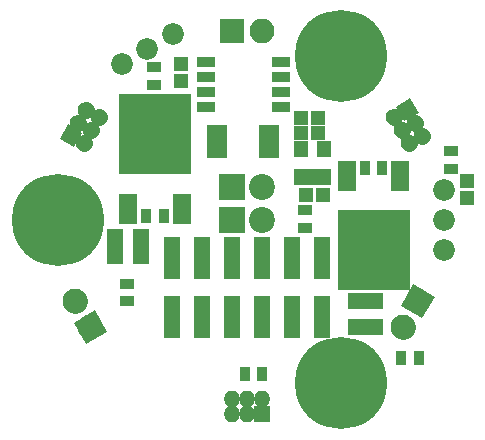
<source format=gbs>
G04 #@! TF.GenerationSoftware,KiCad,Pcbnew,(5.0.0)*
G04 #@! TF.CreationDate,2019-02-03T16:55:31-08:00*
G04 #@! TF.ProjectId,mlab100_Conn_PCB_1.5,6D6C61623130305F436F6E6E5F504342,rev?*
G04 #@! TF.SameCoordinates,Original*
G04 #@! TF.FileFunction,Soldermask,Bot*
G04 #@! TF.FilePolarity,Negative*
%FSLAX46Y46*%
G04 Gerber Fmt 4.6, Leading zero omitted, Abs format (unit mm)*
G04 Created by KiCad (PCBNEW (5.0.0)) date 02/03/19 16:55:31*
%MOMM*%
%LPD*%
G01*
G04 APERTURE LIST*
%ADD10C,1.400000*%
%ADD11C,1.400000*%
%ADD12C,0.100000*%
%ADD13R,1.150000X1.200000*%
%ADD14C,1.840000*%
%ADD15R,1.800000X0.850000*%
%ADD16R,1.200000X1.400000*%
%ADD17R,1.000000X1.400000*%
%ADD18R,1.543000X0.908000*%
%ADD19C,2.200000*%
%ADD20R,2.200000X2.200000*%
%ADD21R,1.400000X3.550000*%
%ADD22O,1.400000X1.400000*%
%ADD23R,1.400000X1.400000*%
%ADD24C,2.100000*%
%ADD25C,2.100000*%
%ADD26R,2.100000X2.100000*%
%ADD27O,2.100000X2.100000*%
%ADD28R,1.600000X2.600000*%
%ADD29R,6.200000X6.800000*%
%ADD30R,1.050000X1.460000*%
%ADD31R,1.460000X1.050000*%
%ADD32C,7.800000*%
%ADD33R,1.300000X0.900000*%
%ADD34R,0.900000X1.300000*%
%ADD35R,1.200000X1.150000*%
G04 APERTURE END LIST*
D10*
G04 #@! TO.C,J10*
X33870148Y-14244705D03*
D11*
X33870148Y-14244705D02*
X33870148Y-14244705D01*
D10*
X34970000Y-13609705D03*
D11*
X34970000Y-13609705D02*
X34970000Y-13609705D01*
D10*
X33235148Y-13144852D03*
D11*
X33235148Y-13144852D02*
X33235148Y-13144852D01*
D10*
X34335000Y-12509852D03*
D11*
X34335000Y-12509852D02*
X34335000Y-12509852D01*
D10*
X32600148Y-12045000D03*
D11*
X32600148Y-12045000D02*
X32600148Y-12045000D01*
D10*
X33700000Y-11410000D03*
D12*
G36*
X33956218Y-10453782D02*
X34656218Y-11666218D01*
X33443782Y-12366218D01*
X32743782Y-11153782D01*
X33956218Y-10453782D01*
X33956218Y-10453782D01*
G37*
G04 #@! TD*
D13*
G04 #@! TO.C,C9*
X38720000Y-18910000D03*
X38720000Y-17410000D03*
G04 #@! TD*
D14*
G04 #@! TO.C,RV1*
X36780000Y-23270000D03*
X36780000Y-20730000D03*
X36780000Y-18190000D03*
G04 #@! TD*
D15*
G04 #@! TO.C,IC4*
X17560000Y-15085000D03*
X17560000Y-14435000D03*
X17560000Y-13785000D03*
X17560000Y-13135000D03*
X21960000Y-13135000D03*
X21960000Y-13785000D03*
X21960000Y-14435000D03*
X21960000Y-15085000D03*
G04 #@! TD*
D16*
G04 #@! TO.C,IC3*
X26638000Y-17104000D03*
D17*
X25688000Y-17104000D03*
D16*
X24738000Y-17104000D03*
X24738000Y-14704000D03*
X26638000Y-14704000D03*
G04 #@! TD*
D18*
G04 #@! TO.C,U3*
X23021000Y-7395000D03*
X23021000Y-8665000D03*
X23021000Y-9935000D03*
X23021000Y-11205000D03*
X16671000Y-11205000D03*
X16671000Y-9935000D03*
X16671000Y-8665000D03*
X16671000Y-7395000D03*
G04 #@! TD*
D14*
G04 #@! TO.C,RV2*
X9510000Y-7560000D03*
X11709705Y-6290000D03*
X13909409Y-5020000D03*
G04 #@! TD*
D19*
G04 #@! TO.C,D13*
X21370000Y-20730000D03*
D20*
X18830000Y-20730000D03*
G04 #@! TD*
D19*
G04 #@! TO.C,D14*
X21370000Y-17936000D03*
D20*
X18830000Y-17936000D03*
G04 #@! TD*
D21*
G04 #@! TO.C,J3*
X26450000Y-29005000D03*
X26450000Y-23955000D03*
X23910000Y-29005000D03*
X23910000Y-23955000D03*
X21370000Y-29005000D03*
X21370000Y-23955000D03*
X18830000Y-29005000D03*
X18830000Y-23955000D03*
X16290000Y-29005000D03*
X16290000Y-23955000D03*
X13750000Y-29005000D03*
X13750000Y-23955000D03*
G04 #@! TD*
D22*
G04 #@! TO.C,J8*
X18830000Y-35890000D03*
X18830000Y-37160000D03*
X20100000Y-35890000D03*
X20100000Y-37160000D03*
X21370000Y-35890000D03*
D23*
X21370000Y-37160000D03*
G04 #@! TD*
D10*
G04 #@! TO.C,J9*
X5230000Y-13610000D03*
D12*
G36*
X4273782Y-13866218D02*
X4973782Y-12653782D01*
X6186218Y-13353782D01*
X5486218Y-14566218D01*
X4273782Y-13866218D01*
X4273782Y-13866218D01*
G37*
D10*
X6329852Y-14245000D03*
D11*
X6329852Y-14245000D02*
X6329852Y-14245000D01*
D10*
X5865000Y-12510148D03*
D11*
X5865000Y-12510148D02*
X5865000Y-12510148D01*
D10*
X6964852Y-13145148D03*
D11*
X6964852Y-13145148D02*
X6964852Y-13145148D01*
D10*
X6500000Y-11410295D03*
D11*
X6500000Y-11410295D02*
X6500000Y-11410295D01*
D10*
X7599852Y-12045295D03*
D11*
X7599852Y-12045295D02*
X7599852Y-12045295D01*
G04 #@! TD*
D24*
G04 #@! TO.C,J11*
X5610000Y-27630295D03*
D25*
X5610000Y-27630295D02*
X5610000Y-27630295D01*
D24*
X6880000Y-29830000D03*
D12*
G36*
X7264327Y-28395673D02*
X8314327Y-30214327D01*
X6495673Y-31264327D01*
X5445673Y-29445673D01*
X7264327Y-28395673D01*
X7264327Y-28395673D01*
G37*
G04 #@! TD*
D24*
G04 #@! TO.C,J12*
X33320000Y-29829705D03*
D25*
X33320000Y-29829705D02*
X33320000Y-29829705D01*
D24*
X34590000Y-27630000D03*
D12*
G36*
X33155673Y-28014327D02*
X34205673Y-26195673D01*
X36024327Y-27245673D01*
X34974327Y-29064327D01*
X33155673Y-28014327D01*
X33155673Y-28014327D01*
G37*
G04 #@! TD*
D26*
G04 #@! TO.C,J13*
X18830000Y-4730000D03*
D27*
X21370000Y-4730000D03*
G04 #@! TD*
D28*
G04 #@! TO.C,Q1*
X28570000Y-17030000D03*
X33130000Y-17030000D03*
D29*
X30850000Y-23330000D03*
G04 #@! TD*
G04 #@! TO.C,Q3*
X12350000Y-13480000D03*
D28*
X10070000Y-19780000D03*
X14630000Y-19780000D03*
G04 #@! TD*
D30*
G04 #@! TO.C,IC1*
X31110000Y-29790000D03*
X30160000Y-29790000D03*
X29210000Y-29790000D03*
X29210000Y-27590000D03*
X31110000Y-27590000D03*
X30160000Y-27590000D03*
G04 #@! TD*
D31*
G04 #@! TO.C,IC2*
X11200000Y-22980000D03*
X11200000Y-23930000D03*
X11200000Y-22030000D03*
X9000000Y-22030000D03*
X9000000Y-22980000D03*
X9000000Y-23930000D03*
G04 #@! TD*
D32*
G04 #@! TO.C,MH8*
X28100000Y-34590000D03*
G04 #@! TD*
G04 #@! TO.C,MH9*
X4100000Y-20730000D03*
G04 #@! TD*
G04 #@! TO.C,MH10*
X28100000Y-6870000D03*
G04 #@! TD*
D33*
G04 #@! TO.C,R10*
X37370000Y-14910000D03*
X37370000Y-16410000D03*
G04 #@! TD*
G04 #@! TO.C,R11*
X12226000Y-7788000D03*
X12226000Y-9288000D03*
G04 #@! TD*
D34*
G04 #@! TO.C,R12*
X34700000Y-32450000D03*
X33200000Y-32450000D03*
G04 #@! TD*
D33*
G04 #@! TO.C,R13*
X9940000Y-26130000D03*
X9940000Y-27630000D03*
G04 #@! TD*
D34*
G04 #@! TO.C,R14*
X21440000Y-33810000D03*
X19940000Y-33810000D03*
G04 #@! TD*
G04 #@! TO.C,R15*
X30100000Y-16380000D03*
X31600000Y-16380000D03*
G04 #@! TD*
G04 #@! TO.C,R16*
X13100000Y-20430000D03*
X11600000Y-20430000D03*
G04 #@! TD*
D13*
G04 #@! TO.C,C10*
X14512000Y-9022000D03*
X14512000Y-7522000D03*
G04 #@! TD*
D35*
G04 #@! TO.C,C1*
X26600000Y-18670000D03*
X25100000Y-18670000D03*
G04 #@! TD*
G04 #@! TO.C,C2*
X26184000Y-13364000D03*
X24684000Y-13364000D03*
G04 #@! TD*
G04 #@! TO.C,C5*
X24684000Y-12094000D03*
X26184000Y-12094000D03*
G04 #@! TD*
D33*
G04 #@! TO.C,JP1*
X25080000Y-19910000D03*
X25080000Y-21410000D03*
G04 #@! TD*
M02*

</source>
